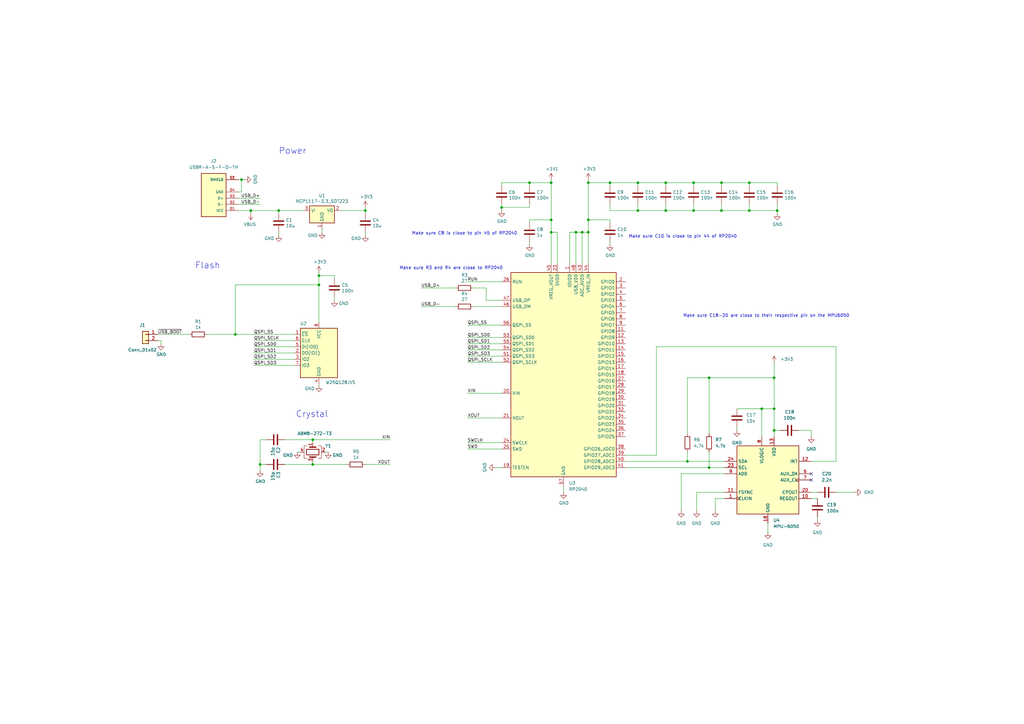
<source format=kicad_sch>
(kicad_sch (version 20231120) (generator "eeschema") (generator_version "8.0")
  (paper "A3")
  (lib_symbols
    (symbol "+3V3_1" (power) (pin_numbers hide) (pin_names (offset 0) hide)
      (property "Value" "+3V3" (at 0 3.556 0))
      (symbol "+3V3_1_0_1"
        (polyline (pts (xy -0.762 1.27) (xy 0 2.54)))
        (polyline (pts (xy 0 0) (xy 0 2.54)))
        (polyline (pts (xy 0 2.54) (xy 0.762 1.27)))
      )
      (symbol "+3V3_1_1_1"
        (pin power_in line (at 0 0 90) (length 0) (name "~") (number "1"))
      )
    )
    (symbol "Connector_Generic:Conn_01x02" (pin_names (offset 1.016) hide)
      (property "Reference" "J" (at 0 2.54 0))
      (property "Value" "Conn_01x02" (at 0 -5.08 0))
      (symbol "Conn_01x02_1_1"
        (rectangle (start -1.27 -2.413) (end 0 -2.667) (stroke (width 0.1524)))
        (rectangle (start -1.27 0.127) (end 0 -0.127) (stroke (width 0.1524)))
        (rectangle (start -1.27 1.27) (end 1.27 -3.81) (stroke (width 0.254)) (fill (type background)))
        (pin passive line (at -5.08 0 0) (length 3.81) (name "Pin_1") (number "1"))
        (pin passive line (at -5.08 -2.54 0) (length 3.81) (name "Pin_2") (number "2"))
      )
    )
    (symbol "Device:C" (pin_numbers hide) (pin_names (offset 0.254))
      (property "Reference" "C" (at 0.635 2.54 0))
      (property "Value" "C" (at 0.635 -2.54 0))
      (symbol "C_0_1"
        (polyline (pts (xy -2.032 -0.762) (xy 2.032 -0.762)) (stroke (width 0.508)))
        (polyline (pts (xy -2.032 0.762) (xy 2.032 0.762)) (stroke (width 0.508)))
      )
      (symbol "C_1_1"
        (pin passive line (at 0 3.81 270) (length 2.794) (name "~") (number "1"))
        (pin passive line (at 0 -3.81 90) (length 2.794) (name "~") (number "2"))
      )
    )
    (symbol "Device:Crystal_GND24" (pin_names (offset 1.016) hide)
      (property "Reference" "Y" (at 3.175 5.08 0))
      (property "Value" "Crystal_GND24" (at 3.175 3.175 0))
      (symbol "Crystal_GND24_0_1"
        (rectangle (start -1.143 2.54) (end 1.143 -2.54) (stroke (width 0.3048)))
        (polyline (pts (xy -2.54 0) (xy -2.032 0)))
        (polyline (pts (xy -2.032 -1.27) (xy -2.032 1.27)) (stroke (width 0.508)))
        (polyline (pts (xy 0 -3.81) (xy 0 -3.556)))
        (polyline (pts (xy 0 3.556) (xy 0 3.81)))
        (polyline (pts (xy 2.032 -1.27) (xy 2.032 1.27)) (stroke (width 0.508)))
        (polyline (pts (xy 2.032 0) (xy 2.54 0)))
        (polyline (pts (xy -2.54 -2.286) (xy -2.54 -3.556) (xy 2.54 -3.556) (xy 2.54 -2.286)))
        (polyline (pts (xy -2.54 2.286) (xy -2.54 3.556) (xy 2.54 3.556) (xy 2.54 2.286)))
      )
      (symbol "Crystal_GND24_1_1"
        (pin passive line (at -3.81 0 0) (length 1.27) (name "1") (number "1"))
        (pin passive line (at 0 5.08 270) (length 1.27) (name "2") (number "2"))
        (pin passive line (at 3.81 0 180) (length 1.27) (name "3") (number "3"))
        (pin passive line (at 0 -5.08 90) (length 1.27) (name "4") (number "4"))
      )
    )
    (symbol "Device:R" (pin_numbers hide) (pin_names (offset 0))
      (property "Reference" "R" (at 2.032 0 90))
      (property "Value" "R" (at 0 0 90))
      (symbol "R_0_1"
        (rectangle (start -1.016 -2.54) (end 1.016 2.54) (stroke (width 0.254)))
      )
      (symbol "R_1_1"
        (pin passive line (at 0 3.81 270) (length 1.27) (name "~") (number "1"))
        (pin passive line (at 0 -3.81 90) (length 1.27) (name "~") (number "2"))
      )
    )
    (symbol "GND_1" (power) (pin_numbers hide) (pin_names (offset 0) hide)
      (property "Value" "GND" (at 0 -3.81 0))
      (symbol "GND_1_0_1"
        (polyline (pts (xy 0 0) (xy 0 -1.27) (xy 1.27 -1.27) (xy 0 -2.54) (xy -1.27 -1.27) (xy 0 -1.27)))
      )
      (symbol "GND_1_1_1"
        (pin power_in line (at 0 0 270) (length 0) (name "~") (number "1"))
      )
    )
    (symbol "GND_2" (power) (pin_numbers hide) (pin_names (offset 0) hide)
      (property "Value" "GND" (at 0 -3.81 0))
      (symbol "GND_2_0_1"
        (polyline (pts (xy 0 0) (xy 0 -1.27) (xy 1.27 -1.27) (xy 0 -2.54) (xy -1.27 -1.27) (xy 0 -1.27)))
      )
      (symbol "GND_2_1_1"
        (pin power_in line (at 0 0 270) (length 0) (name "~") (number "1"))
      )
    )
    (symbol "GND_3" (power) (pin_numbers hide) (pin_names (offset 0) hide)
      (property "Value" "GND" (at 0 -3.81 0))
      (symbol "GND_3_0_1"
        (polyline (pts (xy 0 0) (xy 0 -1.27) (xy 1.27 -1.27) (xy 0 -2.54) (xy -1.27 -1.27) (xy 0 -1.27)))
      )
      (symbol "GND_3_1_1"
        (pin power_in line (at 0 0 270) (length 0) (name "~") (number "1"))
      )
    )
    (symbol "GND_4" (power) (pin_numbers hide) (pin_names (offset 0) hide)
      (property "Value" "GND" (at 0 -3.81 0))
      (symbol "GND_4_0_1"
        (polyline (pts (xy 0 0) (xy 0 -1.27) (xy 1.27 -1.27) (xy 0 -2.54) (xy -1.27 -1.27) (xy 0 -1.27)))
      )
      (symbol "GND_4_1_1"
        (pin power_in line (at 0 0 270) (length 0) (name "~") (number "1"))
      )
    )
    (symbol "GND_5" (power) (pin_numbers hide) (pin_names (offset 0) hide)
      (property "Value" "GND" (at 0 -3.81 0))
      (symbol "GND_5_0_1"
        (polyline (pts (xy 0 0) (xy 0 -1.27) (xy 1.27 -1.27) (xy 0 -2.54) (xy -1.27 -1.27) (xy 0 -1.27)))
      )
      (symbol "GND_5_1_1"
        (pin power_in line (at 0 0 270) (length 0) (name "~") (number "1"))
      )
    )
    (symbol "GND_6" (power) (pin_numbers hide) (pin_names (offset 0) hide)
      (property "Value" "GND" (at 0 -3.81 0))
      (symbol "GND_6_0_1"
        (polyline (pts (xy 0 0) (xy 0 -1.27) (xy 1.27 -1.27) (xy 0 -2.54) (xy -1.27 -1.27) (xy 0 -1.27)))
      )
      (symbol "GND_6_1_1"
        (pin power_in line (at 0 0 270) (length 0) (name "~") (number "1"))
      )
    )
    (symbol "GND_7" (power) (pin_numbers hide) (pin_names (offset 0) hide)
      (property "Value" "GND" (at 0 -3.81 0))
      (symbol "GND_7_0_1"
        (polyline (pts (xy 0 0) (xy 0 -1.27) (xy 1.27 -1.27) (xy 0 -2.54) (xy -1.27 -1.27) (xy 0 -1.27)))
      )
      (symbol "GND_7_1_1"
        (pin power_in line (at 0 0 270) (length 0) (name "~") (number "1"))
      )
    )
    (symbol "GND_8" (power) (pin_numbers hide) (pin_names (offset 0) hide)
      (property "Value" "GND" (at 0 -3.81 0))
      (symbol "GND_8_0_1"
        (polyline (pts (xy 0 0) (xy 0 -1.27) (xy 1.27 -1.27) (xy 0 -2.54) (xy -1.27 -1.27) (xy 0 -1.27)))
      )
      (symbol "GND_8_1_1"
        (pin power_in line (at 0 0 270) (length 0) (name "~") (number "1"))
      )
    )
    (symbol "MCU_RaspberryPi:RP2040"
      (property "Reference" "U" (at 17.78 45.72 0))
      (property "Value" "RP2040" (at 17.78 43.18 0))
      (symbol "RP2040_0_1"
        (rectangle (start -21.59 41.91) (end 21.59 -41.91) (stroke (width 0.254)) (fill (type background)))
      )
      (symbol "RP2040_1_1"
        (pin power_in line (at 2.54 45.72 270) (length 3.81) (name "IOVDD") (number "1"))
        (pin passive line (at 2.54 45.72 270) (length 3.81) hide (name "IOVDD") (number "10"))
        (pin bidirectional line (at 25.4 17.78 180) (length 3.81) (name "GPIO8") (number "11"))
        (pin bidirectional line (at 25.4 15.24 180) (length 3.81) (name "GPIO9") (number "12"))
        (pin bidirectional line (at 25.4 12.7 180) (length 3.81) (name "GPIO10") (number "13"))
        (pin bidirectional line (at 25.4 10.16 180) (length 3.81) (name "GPIO11") (number "14"))
        (pin bidirectional line (at 25.4 7.62 180) (length 3.81) (name "GPIO12") (number "15"))
        (pin bidirectional line (at 25.4 5.08 180) (length 3.81) (name "GPIO13") (number "16"))
        (pin bidirectional line (at 25.4 2.54 180) (length 3.81) (name "GPIO14") (number "17"))
        (pin bidirectional line (at 25.4 0 180) (length 3.81) (name "GPIO15") (number "18"))
        (pin input line (at -25.4 -38.1 0) (length 3.81) (name "TESTEN") (number "19"))
        (pin bidirectional line (at 25.4 38.1 180) (length 3.81) (name "GPIO0") (number "2"))
        (pin input line (at -25.4 -7.62 0) (length 3.81) (name "XIN") (number "20"))
        (pin passive line (at -25.4 -17.78 0) (length 3.81) (name "XOUT") (number "21"))
        (pin passive line (at 2.54 45.72 270) (length 3.81) hide (name "IOVDD") (number "22"))
        (pin power_in line (at -2.54 45.72 270) (length 3.81) (name "DVDD") (number "23"))
        (pin input line (at -25.4 -27.94 0) (length 3.81) (name "SWCLK") (number "24"))
        (pin bidirectional line (at -25.4 -30.48 0) (length 3.81) (name "SWD") (number "25"))
        (pin input line (at -25.4 38.1 0) (length 3.81) (name "RUN") (number "26"))
        (pin bidirectional line (at 25.4 -2.54 180) (length 3.81) (name "GPIO16") (number "27"))
        (pin bidirectional line (at 25.4 -5.08 180) (length 3.81) (name "GPIO17") (number "28"))
        (pin bidirectional line (at 25.4 -7.62 180) (length 3.81) (name "GPIO18") (number "29"))
        (pin bidirectional line (at 25.4 35.56 180) (length 3.81) (name "GPIO1") (number "3"))
        (pin bidirectional line (at 25.4 -10.16 180) (length 3.81) (name "GPIO19") (number "30"))
        (pin bidirectional line (at 25.4 -12.7 180) (length 3.81) (name "GPIO20") (number "31"))
        (pin bidirectional line (at 25.4 -15.24 180) (length 3.81) (name "GPIO21") (number "32"))
        (pin passive line (at 2.54 45.72 270) (length 3.81) hide (name "IOVDD") (number "33"))
        (pin bidirectional line (at 25.4 -17.78 180) (length 3.81) (name "GPIO22") (number "34"))
        (pin bidirectional line (at 25.4 -20.32 180) (length 3.81) (name "GPIO23") (number "35"))
        (pin bidirectional line (at 25.4 -22.86 180) (length 3.81) (name "GPIO24") (number "36"))
        (pin bidirectional line (at 25.4 -25.4 180) (length 3.81) (name "GPIO25") (number "37"))
        (pin bidirectional line (at 25.4 -30.48 180) (length 3.81) (name "GPIO26_ADC0") (number "38"))
        (pin bidirectional line (at 25.4 -33.02 180) (length 3.81) (name "GPIO27_ADC1") (number "39"))
        (pin bidirectional line (at 25.4 33.02 180) (length 3.81) (name "GPIO2") (number "4"))
        (pin bidirectional line (at 25.4 -35.56 180) (length 3.81) (name "GPIO28_ADC2") (number "40"))
        (pin bidirectional line (at 25.4 -38.1 180) (length 3.81) (name "GPIO29_ADC3") (number "41"))
        (pin passive line (at 2.54 45.72 270) (length 3.81) hide (name "IOVDD") (number "42"))
        (pin power_in line (at 7.62 45.72 270) (length 3.81) (name "ADC_AVDD") (number "43"))
        (pin power_in line (at 10.16 45.72 270) (length 3.81) (name "VREG_IN") (number "44"))
        (pin power_out line (at -5.08 45.72 270) (length 3.81) (name "VREG_VOUT") (number "45"))
        (pin bidirectional line (at -25.4 27.94 0) (length 3.81) (name "USB_DM") (number "46"))
        (pin bidirectional line (at -25.4 30.48 0) (length 3.81) (name "USB_DP") (number "47"))
        (pin power_in line (at 5.08 45.72 270) (length 3.81) (name "USB_VDD") (number "48"))
        (pin passive line (at 2.54 45.72 270) (length 3.81) hide (name "IOVDD") (number "49"))
        (pin bidirectional line (at 25.4 30.48 180) (length 3.81) (name "GPIO3") (number "5"))
        (pin passive line (at -2.54 45.72 270) (length 3.81) hide (name "DVDD") (number "50"))
        (pin bidirectional line (at -25.4 7.62 0) (length 3.81) (name "QSPI_SD3") (number "51"))
        (pin output line (at -25.4 5.08 0) (length 3.81) (name "QSPI_SCLK") (number "52"))
        (pin bidirectional line (at -25.4 15.24 0) (length 3.81) (name "QSPI_SD0") (number "53"))
        (pin bidirectional line (at -25.4 10.16 0) (length 3.81) (name "QSPI_SD2") (number "54"))
        (pin bidirectional line (at -25.4 12.7 0) (length 3.81) (name "QSPI_SD1") (number "55"))
        (pin bidirectional line (at -25.4 20.32 0) (length 3.81) (name "QSPI_SS") (number "56"))
        (pin power_in line (at 0 -45.72 90) (length 3.81) (name "GND") (number "57"))
        (pin bidirectional line (at 25.4 27.94 180) (length 3.81) (name "GPIO4") (number "6"))
        (pin bidirectional line (at 25.4 25.4 180) (length 3.81) (name "GPIO5") (number "7"))
        (pin bidirectional line (at 25.4 22.86 180) (length 3.81) (name "GPIO6") (number "8"))
        (pin bidirectional line (at 25.4 20.32 180) (length 3.81) (name "GPIO7") (number "9"))
      )
    )
    (symbol "Memory_Flash:W25Q128JVS"
      (property "Reference" "U" (at -8.89 8.89 0))
      (property "Value" "W25Q128JVS" (at 7.62 8.89 0))
      (symbol "W25Q128JVS_0_1"
        (rectangle (start -7.62 10.16) (end 7.62 -10.16) (stroke (width 0.254)) (fill (type background)))
      )
      (symbol "W25Q128JVS_1_1"
        (pin input line (at -10.16 7.62 0) (length 2.54) (name "~{CS}") (number "1"))
        (pin bidirectional line (at -10.16 0 0) (length 2.54) (name "DO(IO1)") (number "2"))
        (pin bidirectional line (at -10.16 -2.54 0) (length 2.54) (name "IO2") (number "3"))
        (pin power_in line (at 0 -12.7 90) (length 2.54) (name "GND") (number "4"))
        (pin bidirectional line (at -10.16 2.54 0) (length 2.54) (name "DI(IO0)") (number "5"))
        (pin input line (at -10.16 5.08 0) (length 2.54) (name "CLK") (number "6"))
        (pin bidirectional line (at -10.16 -5.08 0) (length 2.54) (name "IO3") (number "7"))
        (pin power_in line (at 0 12.7 270) (length 2.54) (name "VCC") (number "8"))
      )
    )
    (symbol "Regulator_Linear:NCP1117-3.3_SOT223"
      (property "Reference" "U" (at -3.81 3.175 0))
      (property "Value" "NCP1117-3.3_SOT223" (at 0 3.175 0))
      (symbol "NCP1117-3.3_SOT223_0_1"
        (rectangle (start -5.08 -5.08) (end 5.08 1.905) (stroke (width 0.254)) (fill (type background)))
      )
      (symbol "NCP1117-3.3_SOT223_1_1"
        (pin power_in line (at 0 -7.62 90) (length 2.54) (name "GND") (number "1"))
        (pin power_out line (at 7.62 0 180) (length 2.54) (name "VO") (number "2"))
        (pin power_in line (at -7.62 0 0) (length 2.54) (name "VI") (number "3"))
      )
    )
    (symbol "Sensor_Motion:MPU-6050"
      (property "Reference" "U" (at -11.43 13.97 0))
      (property "Value" "MPU-6050" (at 7.62 -15.24 0))
      (symbol "MPU-6050_0_0"
        (text "" (at 12.7 -2.54 0) (effects (font (size 1.27 1.27))))
      )
      (symbol "MPU-6050_0_1"
        (rectangle (start -12.7 13.97) (end 12.7 -13.97) (stroke (width 0.254)) (fill (type background)))
      )
      (symbol "MPU-6050_1_1"
        (pin input clock (at -17.78 -7.62 0) (length 5.08) (name "CLKIN") (number "1"))
        (pin passive line (at 17.78 -7.62 180) (length 5.08) (name "REGOUT") (number "10"))
        (pin input line (at -17.78 -5.08 0) (length 5.08) (name "FSYNC") (number "11"))
        (pin output line (at 17.78 7.62 180) (length 5.08) (name "INT") (number "12"))
        (pin power_in line (at 2.54 17.78 270) (length 3.81) (name "VDD") (number "13"))
        (pin no_connect line (at -12.7 -10.16 0) (length 2.54) hide (name "NC") (number "14"))
        (pin no_connect line (at 12.7 12.7 180) (length 2.54) hide (name "NC") (number "15"))
        (pin no_connect line (at 12.7 10.16 180) (length 2.54) hide (name "NC") (number "16"))
        (pin no_connect line (at 12.7 5.08 180) (length 2.54) hide (name "NC") (number "17"))
        (pin power_in line (at 0 -17.78 90) (length 3.81) (name "GND") (number "18"))
        (pin no_connect line (at 12.7 -10.16 180) (length 2.54) hide (name "RESV") (number "19"))
        (pin no_connect line (at -12.7 12.7 0) (length 2.54) hide (name "NC") (number "2"))
        (pin passive line (at 17.78 -5.08 180) (length 5.08) (name "CPOUT") (number "20"))
        (pin no_connect line (at 12.7 -2.54 180) (length 2.54) hide (name "RESV") (number "21"))
        (pin no_connect line (at 12.7 -12.7 180) (length 2.54) hide (name "RESV") (number "22"))
        (pin input line (at -17.78 5.08 0) (length 5.08) (name "SCL") (number "23"))
        (pin bidirectional line (at -17.78 7.62 0) (length 5.08) (name "SDA") (number "24"))
        (pin no_connect line (at -12.7 10.16 0) (length 2.54) hide (name "NC") (number "3"))
        (pin no_connect line (at -12.7 0 0) (length 2.54) hide (name "NC") (number "4"))
        (pin no_connect line (at -12.7 -2.54 0) (length 2.54) hide (name "NC") (number "5"))
        (pin bidirectional line (at 17.78 2.54 180) (length 5.08) (name "AUX_DA") (number "6"))
        (pin output clock (at 17.78 0 180) (length 5.08) (name "AUX_CL") (number "7"))
        (pin power_in line (at -2.54 17.78 270) (length 3.81) (name "VLOGIC") (number "8"))
        (pin input line (at -17.78 2.54 0) (length 5.08) (name "AD0") (number "9"))
      )
    )
    (symbol "USBR-A-S-F-O-TH[1]:USBR-A-S-F-O-TH" (pin_names (offset 1.016))
      (property "Reference" "J" (at -5.08 8.89 0))
      (property "Value" "USBR-A-S-F-O-TH" (at -5.08 -11.43 0))
      (symbol "USBR-A-S-F-O-TH_0_0"
        (rectangle (start -5.08 -10.16) (end 5.08 7.62) (stroke (width 0.254)) (fill (type background)))
        (pin power_in line (at -10.16 5.08 0) (length 5.08) (name "VCC") (number "01"))
        (pin bidirectional line (at -10.16 2.54 0) (length 5.08) (name "D-") (number "02"))
        (pin bidirectional line (at -10.16 0 0) (length 5.08) (name "D+") (number "03"))
        (pin power_in line (at -10.16 -2.54 0) (length 5.08) (name "GND") (number "04"))
        (pin passive line (at -10.16 -7.62 0) (length 5.08) (name "SHIELD") (number "S1"))
        (pin passive line (at -10.16 -7.62 0) (length 5.08) (name "SHIELD") (number "S2"))
      )
    )
    (symbol "power:+1V1" (power) (pin_names (offset 0))
      (property "Value" "+1V1" (at 0 3.556 0))
      (symbol "+1V1_0_1"
        (polyline (pts (xy -0.762 1.27) (xy 0 2.54)))
        (polyline (pts (xy 0 0) (xy 0 2.54)))
        (polyline (pts (xy 0 2.54) (xy 0.762 1.27)))
      )
      (symbol "+1V1_1_1"
        (pin power_in line (at 0 0 90) (length 0) hide (name "+1V1") (number "1"))
      )
    )
    (symbol "power:+3V3" (power) (pin_names (offset 0))
      (property "Value" "+3V3" (at 0 3.556 0))
      (symbol "+3V3_0_1"
        (polyline (pts (xy -0.762 1.27) (xy 0 2.54)))
        (polyline (pts (xy 0 0) (xy 0 2.54)))
        (polyline (pts (xy 0 2.54) (xy 0.762 1.27)))
      )
      (symbol "+3V3_1_1"
        (pin power_in line (at 0 0 90) (length 0) hide (name "+3V3") (number "1"))
      )
    )
    (symbol "power:GND" (power) (pin_names (offset 0))
      (property "Value" "GND" (at 0 -3.81 0))
      (symbol "GND_0_1"
        (polyline (pts (xy 0 0) (xy 0 -1.27) (xy 1.27 -1.27) (xy 0 -2.54) (xy -1.27 -1.27) (xy 0 -1.27)))
      )
      (symbol "GND_1_1"
        (pin power_in line (at 0 0 270) (length 0) hide (name "GND") (number "1"))
      )
    )
    (symbol "power:VBUS" (power) (pin_names (offset 0))
      (property "Value" "VBUS" (at 0 3.81 0))
      (symbol "VBUS_0_1"
        (polyline (pts (xy -0.762 1.27) (xy 0 2.54)))
        (polyline (pts (xy 0 0) (xy 0 2.54)))
        (polyline (pts (xy 0 2.54) (xy 0.762 1.27)))
      )
      (symbol "VBUS_1_1"
        (pin power_in line (at 0 0 90) (length 0) hide (name "VBUS") (number "1"))
      )
    )
  )
  (junction (at 114.3 86.36))
  (junction (at 128.27 180.34))
  (junction (at 273.05 74.93))
  (junction (at 217.17 74.93))
  (junction (at 241.3 74.93))
  (junction (at 317.5 167.64))
  (junction (at 226.06 95.25))
  (junction (at 241.3 90.17))
  (junction (at 261.62 74.93))
  (junction (at 130.81 113.03))
  (junction (at 284.48 86.36))
  (junction (at 96.52 137.16))
  (junction (at 273.05 86.36))
  (junction (at 226.06 90.17))
  (junction (at 295.91 86.36))
  (junction (at 284.48 74.93))
  (junction (at 307.34 86.36))
  (junction (at 317.5 154.94))
  (junction (at 130.81 116.84))
  (junction (at 99.06 73.66))
  (junction (at 261.62 86.36))
  (junction (at 290.83 191.77))
  (junction (at 295.91 74.93))
  (junction (at 241.3 95.25))
  (junction (at 106.68 190.5))
  (junction (at 281.94 189.23))
  (junction (at 317.5 176.53))
  (junction (at 238.76 95.25))
  (junction (at 290.83 154.94))
  (junction (at 205.74 85.09))
  (junction (at 102.87 86.36))
  (junction (at 128.27 190.5))
  (junction (at 250.19 74.93))
  (junction (at 318.77 86.36))
  (junction (at 307.34 74.93))
  (junction (at 312.42 167.64))
  (junction (at 236.22 95.25))
  (junction (at 149.86 86.36))
  (junction (at 226.06 74.93))
  (no_connect (at 332.74 194.31))
  (no_connect (at 332.74 196.85))
  (wire (pts (xy 261.62 74.93) (xy 273.05 74.93)))
  (wire (pts (xy 137.16 121.92) (xy 137.16 123.19)))
  (wire (pts (xy 250.19 76.2) (xy 250.19 74.93)))
  (wire (pts (xy 191.77 146.05) (xy 205.74 146.05)))
  (wire (pts (xy 205.74 191.77) (xy 203.2 191.77)))
  (wire (pts (xy 318.77 86.36) (xy 318.77 87.63)))
  (wire (pts (xy 130.81 111.76) (xy 130.81 113.03)))
  (wire (pts (xy 318.77 83.82) (xy 318.77 86.36)))
  (wire (pts (xy 284.48 83.82) (xy 284.48 86.36)))
  (wire (pts (xy 133.35 185.42) (xy 134.62 185.42)))
  (wire (pts (xy 261.62 83.82) (xy 261.62 86.36)))
  (wire (pts (xy 217.17 90.17) (xy 226.06 90.17)))
  (wire (pts (xy 104.14 139.7) (xy 120.65 139.7)))
  (wire (pts (xy 226.06 74.93) (xy 226.06 90.17)))
  (wire (pts (xy 191.77 143.51) (xy 205.74 143.51)))
  (wire (pts (xy 217.17 76.2) (xy 217.17 74.93)))
  (wire (pts (xy 191.77 161.29) (xy 205.74 161.29)))
  (wire (pts (xy 149.86 95.25) (xy 149.86 96.52)))
  (wire (pts (xy 128.27 190.5) (xy 142.24 190.5)))
  (wire (pts (xy 236.22 95.25) (xy 233.68 95.25)))
  (wire (pts (xy 130.81 158.115) (xy 130.81 157.48)))
  (wire (pts (xy 102.87 87.63) (xy 102.87 86.36)))
  (wire (pts (xy 217.17 99.06) (xy 217.17 100.33)))
  (wire (pts (xy 335.28 213.36) (xy 335.28 212.09)))
  (wire (pts (xy 120.65 149.86) (xy 104.14 149.86)))
  (wire (pts (xy 205.74 148.59) (xy 191.77 148.59)))
  (wire (pts (xy 137.16 113.03) (xy 130.81 113.03)))
  (wire (pts (xy 128.27 189.23) (xy 128.27 190.5)))
  (wire (pts (xy 99.06 78.74) (xy 97.79 78.74)))
  (wire (pts (xy 273.05 74.93) (xy 284.48 74.93)))
  (wire (pts (xy 116.84 190.5) (xy 128.27 190.5)))
  (wire (pts (xy 312.42 167.64) (xy 317.5 167.64)))
  (wire (pts (xy 297.18 194.31) (xy 279.4 194.31)))
  (wire (pts (xy 228.6 107.95) (xy 228.6 95.25)))
  (wire (pts (xy 186.69 118.11) (xy 172.72 118.11)))
  (wire (pts (xy 281.94 154.94) (xy 290.83 154.94)))
  (wire (pts (xy 312.42 167.64) (xy 312.42 179.07)))
  (wire (pts (xy 191.77 140.97) (xy 205.74 140.97)))
  (wire (pts (xy 342.9 142.24) (xy 269.24 142.24)))
  (wire (pts (xy 217.17 74.93) (xy 226.06 74.93)))
  (wire (pts (xy 99.06 73.66) (xy 100.33 73.66)))
  (wire (pts (xy 96.52 116.84) (xy 96.52 137.16)))
  (wire (pts (xy 205.74 76.2) (xy 205.74 74.93)))
  (wire (pts (xy 96.52 137.16) (xy 120.65 137.16)))
  (wire (pts (xy 290.83 154.94) (xy 317.5 154.94)))
  (wire (pts (xy 97.79 81.28) (xy 106.68 81.28)))
  (wire (pts (xy 279.4 194.31) (xy 279.4 209.55)))
  (wire (pts (xy 114.3 87.63) (xy 114.3 86.36)))
  (wire (pts (xy 130.81 116.84) (xy 130.81 132.08)))
  (wire (pts (xy 186.69 125.73) (xy 172.72 125.73)))
  (wire (pts (xy 149.86 190.5) (xy 160.02 190.5)))
  (wire (pts (xy 290.83 191.77) (xy 297.18 191.77)))
  (wire (pts (xy 317.5 176.53) (xy 317.5 179.07)))
  (wire (pts (xy 250.19 83.82) (xy 250.19 86.36)))
  (wire (pts (xy 342.9 189.23) (xy 342.9 142.24)))
  (wire (pts (xy 226.06 90.17) (xy 226.06 95.25)))
  (wire (pts (xy 241.3 74.93) (xy 250.19 74.93)))
  (wire (pts (xy 109.22 190.5) (xy 106.68 190.5)))
  (wire (pts (xy 205.74 83.82) (xy 205.74 85.09)))
  (wire (pts (xy 191.77 138.43) (xy 205.74 138.43)))
  (wire (pts (xy 332.74 189.23) (xy 342.9 189.23)))
  (wire (pts (xy 256.54 186.69) (xy 269.24 186.69)))
  (wire (pts (xy 314.96 218.44) (xy 314.96 214.63)))
  (wire (pts (xy 250.19 91.44) (xy 250.19 90.17)))
  (wire (pts (xy 128.27 180.34) (xy 160.02 180.34)))
  (wire (pts (xy 332.74 179.07) (xy 332.74 176.53)))
  (wire (pts (xy 236.22 95.25) (xy 238.76 95.25)))
  (wire (pts (xy 250.19 99.06) (xy 250.19 100.33)))
  (wire (pts (xy 302.26 167.64) (xy 312.42 167.64)))
  (wire (pts (xy 205.74 123.19) (xy 199.39 123.19)))
  (wire (pts (xy 120.65 144.78) (xy 104.14 144.78)))
  (wire (pts (xy 307.34 86.36) (xy 295.91 86.36)))
  (wire (pts (xy 77.47 137.16) (xy 64.77 137.16)))
  (wire (pts (xy 261.62 76.2) (xy 261.62 74.93)))
  (wire (pts (xy 307.34 86.36) (xy 318.77 86.36)))
  (wire (pts (xy 285.75 209.55) (xy 285.75 201.93)))
  (wire (pts (xy 205.74 85.09) (xy 205.74 86.36)))
  (wire (pts (xy 241.3 90.17) (xy 250.19 90.17)))
  (wire (pts (xy 317.5 148.59) (xy 317.5 154.94)))
  (wire (pts (xy 307.34 74.93) (xy 318.77 74.93)))
  (wire (pts (xy 205.74 133.35) (xy 191.77 133.35)))
  (wire (pts (xy 205.74 125.73) (xy 194.31 125.73)))
  (wire (pts (xy 226.06 73.66) (xy 226.06 74.93)))
  (wire (pts (xy 261.62 86.36) (xy 250.19 86.36)))
  (wire (pts (xy 285.75 201.93) (xy 297.18 201.93)))
  (wire (pts (xy 256.54 189.23) (xy 281.94 189.23)))
  (wire (pts (xy 273.05 83.82) (xy 273.05 86.36)))
  (wire (pts (xy 66.04 139.7) (xy 66.04 140.97)))
  (wire (pts (xy 241.3 90.17) (xy 241.3 95.25)))
  (wire (pts (xy 97.79 86.36) (xy 102.87 86.36)))
  (wire (pts (xy 106.68 180.34) (xy 106.68 190.5)))
  (wire (pts (xy 199.39 118.11) (xy 194.31 118.11)))
  (wire (pts (xy 149.86 86.36) (xy 149.86 85.09)))
  (wire (pts (xy 85.09 137.16) (xy 96.52 137.16)))
  (wire (pts (xy 228.6 95.25) (xy 226.06 95.25)))
  (wire (pts (xy 231.14 199.39) (xy 231.14 201.93)))
  (wire (pts (xy 149.86 87.63) (xy 149.86 86.36)))
  (wire (pts (xy 273.05 76.2) (xy 273.05 74.93)))
  (wire (pts (xy 281.94 185.42) (xy 281.94 189.23)))
  (wire (pts (xy 256.54 191.77) (xy 290.83 191.77)))
  (wire (pts (xy 96.52 116.84) (xy 130.81 116.84)))
  (wire (pts (xy 273.05 86.36) (xy 261.62 86.36)))
  (wire (pts (xy 238.76 95.25) (xy 241.3 95.25)))
  (wire (pts (xy 102.87 86.36) (xy 114.3 86.36)))
  (wire (pts (xy 205.74 115.57) (xy 191.77 115.57)))
  (wire (pts (xy 205.74 181.61) (xy 191.77 181.61)))
  (wire (pts (xy 199.39 118.11) (xy 199.39 123.19)))
  (wire (pts (xy 128.27 181.61) (xy 128.27 180.34)))
  (wire (pts (xy 302.26 175.26) (xy 302.26 176.53)))
  (wire (pts (xy 281.94 189.23) (xy 297.18 189.23)))
  (wire (pts (xy 269.24 142.24) (xy 269.24 186.69)))
  (wire (pts (xy 97.79 73.66) (xy 99.06 73.66)))
  (wire (pts (xy 295.91 86.36) (xy 284.48 86.36)))
  (wire (pts (xy 318.77 76.2) (xy 318.77 74.93)))
  (wire (pts (xy 290.83 154.94) (xy 290.83 177.8)))
  (wire (pts (xy 120.65 147.32) (xy 104.14 147.32)))
  (wire (pts (xy 241.3 95.25) (xy 241.3 107.95)))
  (wire (pts (xy 132.08 93.98) (xy 132.08 95.25)))
  (wire (pts (xy 139.7 86.36) (xy 149.86 86.36)))
  (wire (pts (xy 106.68 190.5) (xy 106.68 193.04)))
  (wire (pts (xy 335.28 204.47) (xy 332.74 204.47)))
  (wire (pts (xy 114.3 95.25) (xy 114.3 96.52)))
  (wire (pts (xy 293.37 204.47) (xy 297.18 204.47)))
  (wire (pts (xy 109.22 180.34) (xy 106.68 180.34)))
  (wire (pts (xy 236.22 107.95) (xy 236.22 95.25)))
  (wire (pts (xy 124.46 86.36) (xy 114.3 86.36)))
  (wire (pts (xy 250.19 74.93) (xy 261.62 74.93)))
  (wire (pts (xy 64.77 139.7) (xy 66.04 139.7)))
  (wire (pts (xy 332.74 176.53) (xy 327.66 176.53)))
  (wire (pts (xy 335.28 201.93) (xy 332.74 201.93)))
  (wire (pts (xy 295.91 76.2) (xy 295.91 74.93)))
  (wire (pts (xy 121.92 185.42) (xy 123.19 185.42)))
  (wire (pts (xy 97.79 83.82) (xy 106.68 83.82)))
  (wire (pts (xy 205.74 171.45) (xy 191.77 171.45)))
  (wire (pts (xy 295.91 74.93) (xy 307.34 74.93)))
  (wire (pts (xy 137.16 114.3) (xy 137.16 113.03)))
  (wire (pts (xy 307.34 83.82) (xy 307.34 86.36)))
  (wire (pts (xy 217.17 91.44) (xy 217.17 90.17)))
  (wire (pts (xy 241.3 74.93) (xy 241.3 90.17)))
  (wire (pts (xy 116.84 180.34) (xy 128.27 180.34)))
  (wire (pts (xy 226.06 95.25) (xy 226.06 107.95)))
  (wire (pts (xy 307.34 76.2) (xy 307.34 74.93)))
  (wire (pts (xy 233.68 95.25) (xy 233.68 107.95)))
  (wire (pts (xy 295.91 83.82) (xy 295.91 86.36)))
  (wire (pts (xy 120.65 142.24) (xy 104.14 142.24)))
  (wire (pts (xy 238.76 107.95) (xy 238.76 95.25)))
  (wire (pts (xy 284.48 86.36) (xy 273.05 86.36)))
  (wire (pts (xy 205.74 184.15) (xy 191.77 184.15)))
  (wire (pts (xy 205.74 74.93) (xy 217.17 74.93)))
  (wire (pts (xy 205.74 85.09) (xy 217.17 85.09)))
  (wire (pts (xy 217.17 85.09) (xy 217.17 83.82)))
  (wire (pts (xy 293.37 209.55) (xy 293.37 204.47)))
  (wire (pts (xy 290.83 185.42) (xy 290.83 191.77)))
  (wire (pts (xy 241.3 73.66) (xy 241.3 74.93)))
  (wire (pts (xy 281.94 177.8) (xy 281.94 154.94)))
  (wire (pts (xy 320.04 176.53) (xy 317.5 176.53)))
  (wire (pts (xy 350.52 201.93) (xy 342.9 201.93)))
  (wire (pts (xy 284.48 74.93) (xy 295.91 74.93)))
  (wire (pts (xy 99.06 73.66) (xy 99.06 78.74)))
  (wire (pts (xy 284.48 76.2) (xy 284.48 74.93)))
  (wire (pts (xy 130.81 113.03) (xy 130.81 116.84)))
  (wire (pts (xy 317.5 154.94) (xy 317.5 167.64)))
  (wire (pts (xy 317.5 167.64) (xy 317.5 176.53)))
  (text "Make sure C8 is close to pin 45 of RP2040" (at 168.91 96.52 0) (effects (font (size 1.27 1.27)) (justify left bottom)))
  (text "Make sure C10 is close to pin 44 of RP2040" (at 257.81 97.79 0) (effects (font (size 1.27 1.27)) (justify left bottom)))
  (text "Make sure C18-20 are close to their respective pin on the MPU6050\n" (at 280.162 130.302 0) (effects (font (size 1.27 1.27)) (justify left bottom)))
  (text "Make sure R3 and R4 are close to RP2040" (at 163.83 110.744 0) (effects (font (size 1.27 1.27)) (justify left bottom)))
  (text "Crystal" (at 121.285 171.45 0) (effects (font (size 2.54 2.54)) (justify left bottom)))
  (text "Power" (at 114.3 63.5 0) (effects (font (size 2.54 2.54)) (justify left bottom)))
  (text "Flash" (at 80.01 110.49 0) (effects (font (size 2.54 2.54)) (justify left bottom)))
  (label "XIN" (at 160.02 180.34 180))
  (label "QSPI_SCLK" (at 191.77 148.59 0))
  (label "SWCLK" (at 191.77 181.61 0))
  (label "QSPI_SS" (at 191.77 133.35 0))
  (label "XIN" (at 191.77 161.29 0))
  (label "QSPI_SD1" (at 104.14 144.78 0))
  (label "QSPI_SCLK" (at 104.14 139.7 0))
  (label "QSPI_SD0" (at 191.77 138.43 0))
  (label "QSPI_SD2" (at 104.14 147.32 0))
  (label "QSPI_SS" (at 104.14 137.16 0))
  (label "XOUT" (at 191.77 171.45 0))
  (label "USB_D+" (at 106.68 81.28 180))
  (label "~{USB_BOOT}" (at 64.77 137.16 0))
  (label "XOUT" (at 160.02 190.5 180))
  (label "USB_D-" (at 106.68 83.82 180))
  (label "SWD" (at 191.77 184.15 0))
  (label "QSPI_SD0" (at 104.14 142.24 0))
  (label "QSPI_SD1" (at 191.77 140.97 0))
  (label "USB_D+" (at 172.72 118.11 0))
  (label "QSPI_SD3" (at 191.77 146.05 0))
  (label "RUN" (at 191.77 115.57 0))
  (label "USB_D-" (at 172.72 125.73 0))
  (label "QSPI_SD3" (at 104.14 149.86 0))
  (label "QSPI_SD2" (at 191.77 143.51 0))
  (symbol (lib_id "power:GND") (at 132.08 95.25 0) (unit 1)
    (property "Reference" "#PWR07" (effects (hide yes)))
    (property "Value" "GND" (at 128.27 96.52 0))
  )
  (symbol (lib_name "GND_2") (lib_id "power:GND") (at 314.96 218.44 0) (unit 1)
    (property "Reference" "#PWR025" (effects (hide yes)))
    (property "Value" "GND" (at 314.96 223.52 0))
    (property "Description" "Power symbol creates a global label with name \"GND\" , ground" (effects (hide yes)))
  )
  (symbol (lib_id "power:+1V1") (at 226.06 73.66 0) (unit 1)
    (property "Reference" "#PWR017" (effects (hide yes)))
    (property "Value" "+1V1" (at 226.441 69.2658 0))
  )
  (symbol (lib_id "power:VBUS") (at 102.87 87.63 180) (unit 1)
    (property "Reference" "#PWR03" (effects (hide yes)))
    (property "Value" "VBUS" (at 102.489 92.0242 0))
  )
  (symbol (lib_id "Device:C") (at 339.09 201.93 90) (unit 1)
    (property "Reference" "C20" (at 339.09 194.31 90))
    (property "Value" "2.2n" (at 339.09 196.85 90))
    (property "Footprint" "Capacitor_SMD:C_0402_1005Metric" (effects (hide yes)))
    (property "Datasheet" "https://www.lcsc.com/datasheet/lcsc_datasheet_2304140030_FH--Guangdong-Fenghua-Advanced-Tech-0402B222K500NT_C1531.pdf" (effects (hide yes)))
    (property "Description" "Unpolarized capacitor" (effects (hide yes)))
    (property "LCSC" "C1531" (effects (hide yes)))
    (property "Link" "https://jlcpcb.com/partdetail/1883-0402B222K500NT/C1531" (effects (hide yes)))
  )
  (symbol (lib_id "Device:C") (at 250.19 95.25 0) (unit 1)
    (property "Reference" "C10" (at 253.111 94.0816 0) (effects (justify left)))
    (property "Value" "1u" (at 253.111 96.393 0) (effects (justify left)))
    (property "Footprint" "Capacitor_SMD:C_0402_1005Metric" (effects (hide yes)))
    (property "Datasheet" "https://www.lcsc.com/datasheet/lcsc_datasheet_2304140030_Samsung-Electro-Mechanics-CL05A105KA5NQNC_C52923.pdf" (effects (hide yes)))
    (property "LCSC" "C52923" (effects (hide yes)))
    (property "Link" "https://jlcpcb.com/partdetail/C52923" (effects (hide yes)))
  )
  (symbol (lib_id "power:GND") (at 114.3 96.52 0) (unit 1)
    (property "Reference" "#PWR05" (effects (hide yes)))
    (property "Value" "GND" (at 110.49 97.79 0))
  )
  (symbol (lib_id "Device:C") (at 323.85 176.53 90) (unit 1)
    (property "Reference" "C18" (at 323.85 168.91 90))
    (property "Value" "100n" (at 323.85 171.45 90))
    (property "Footprint" "Capacitor_SMD:C_0402_1005Metric" (effects (hide yes)))
    (property "Datasheet" "https://www.lcsc.com/datasheet/lcsc_datasheet_2304140030_Samsung-Electro-Mechanics-CL05B104KO5NNNC_C1525.pdf" (effects (hide yes)))
    (property "Description" "Unpolarized capacitor" (effects (hide yes)))
    (property "LCSC" "C1525" (effects (hide yes)))
    (property "Link" "https://jlcpcb.com/partdetail/C1525" (effects (hide yes)))
  )
  (symbol (lib_id "power:GND") (at 106.68 193.04 0) (unit 1)
    (property "Reference" "#PWR04" (effects (hide yes)))
    (property "Value" "GND" (at 106.807 197.4342 0))
  )
  (symbol (lib_id "Sensor_Motion:MPU-6050") (at 314.96 196.85 0) (unit 1)
    (property "Reference" "U4" (at 317.1541 213.36 0) (effects (justify left)))
    (property "Value" "MPU-6050" (at 317.1541 215.9 0) (effects (justify left)))
    (property "Footprint" "Sensor_Motion:InvenSense_QFN-24_4x4mm_P0.5mm" (effects (hide yes)))
    (property "Datasheet" "https://invensense.tdk.com/wp-content/uploads/2015/02/MPU-6000-Datasheet1.pdf" (effects (hide yes)))
    (property "Description" "InvenSense 6-Axis Motion Sensor, Gyroscope, Accelerometer, I2C" (effects (hide yes)))
    (property "LCSC" "C24112" (effects (hide yes)))
    (property "Link" "https://jlcpcb.com/partdetail/TdkInvensense-MPU6050/C24112" (effects (hide yes)))
  )
  (symbol (lib_id "power:GND") (at 66.04 140.97 0) (unit 1)
    (property "Reference" "#PWR01" (effects (hide yes)))
    (property "Value" "GND" (at 66.167 145.3642 0))
  )
  (symbol (lib_id "power:GND") (at 130.81 158.115 0) (unit 1)
    (property "Reference" "#PWR012" (effects (hide yes)))
    (property "Value" "GND" (at 127 159.385 0))
  )
  (symbol (lib_id "MCU_RaspberryPi:RP2040") (at 231.14 153.67 0) (unit 1)
    (property "Reference" "U3" (at 233.3341 198.12 0) (effects (justify left)))
    (property "Value" "RP2040" (at 233.3341 200.66 0) (effects (justify left)))
    (property "Footprint" "Package_DFN_QFN:QFN-56-1EP_7x7mm_P0.4mm_EP3.2x3.2mm" (effects (hide yes)))
    (property "Datasheet" "https://datasheets.raspberrypi.com/rp2040/rp2040-datasheet.pdf" (effects (hide yes)))
    (property "Description" "A microcontroller by Raspberry Pi" (effects (hide yes)))
    (property "LCSC" "C2040" (effects (hide yes)))
    (property "Link" "https://jlcpcb.com/partdetail/RaspberryPi-RP2040/C2040" (effects (hide yes)))
  )
  (symbol (lib_id "power:+3V3") (at 241.3 73.66 0) (unit 1)
    (property "Reference" "#PWR019" (effects (hide yes)))
    (property "Value" "+3V3" (at 241.681 69.2658 0))
  )
  (symbol (lib_id "power:GND") (at 203.2 191.77 270) (mirror x) (unit 1)
    (property "Reference" "#PWR014" (effects (hide yes)))
    (property "Value" "GND" (at 198.8058 191.643 0))
  )
  (symbol (lib_id "power:GND") (at 137.16 123.19 0) (unit 1)
    (property "Reference" "#PWR013" (effects (hide yes)))
    (property "Value" "GND" (at 140.97 124.46 0))
  )
  (symbol (lib_id "Device:R") (at 281.94 181.61 0) (unit 1)
    (property "Reference" "R6" (at 284.48 180.3399 0) (effects (justify left)))
    (property "Value" "4.7k" (at 284.48 182.8799 0) (effects (justify left)))
    (property "Footprint" "Resistor_SMD:R_0402_1005Metric" (effects (hide yes)))
    (property "Datasheet" "https://www.lcsc.com/datasheet/lcsc_datasheet_2304140030_YAGEO-RC0402FR-074K7L_C105871.pdf" (effects (hide yes)))
    (property "Description" "Resistor" (effects (hide yes)))
    (property "LCSC" "C105871" (effects (hide yes)))
    (property "Link" "https://jlcpcb.com/parts/componentSearch?searchTxt=4.7k%200402" (effects (hide yes)))
  )
  (symbol (lib_id "Device:C") (at 273.05 80.01 0) (unit 1)
    (property "Reference" "C12" (at 275.971 78.8416 0) (effects (justify left)))
    (property "Value" "100n" (at 275.971 81.153 0) (effects (justify left)))
    (property "Footprint" "Capacitor_SMD:C_0402_1005Metric" (effects (hide yes)))
    (property "Datasheet" "https://www.lcsc.com/datasheet/lcsc_datasheet_2304140030_Samsung-Electro-Mechanics-CL05B104KO5NNNC_C1525.pdf" (effects (hide yes)))
    (property "LCSC" "C1525" (effects (hide yes)))
    (property "Link" "https://jlcpcb.com/partdetail/C1525" (effects (hide yes)))
  )
  (symbol (lib_id "Device:R") (at 190.5 118.11 90) (mirror x) (unit 1)
    (property "Reference" "R3" (at 190.5 112.8522 90))
    (property "Value" "27" (at 190.5 115.1636 90))
    (property "Footprint" "Resistor_SMD:R_0402_1005Metric" (effects (hide yes)))
    (property "Datasheet" "https://www.lcsc.com/datasheet/lcsc_datasheet_2205311900_UNI-ROYAL-Uniroyal-Elec-0402WGF270JTCE_C25100.pdf" (effects (hide yes)))
    (property "LCSC" "C25100" (effects (hide yes)))
    (property "Link" "https://jlcpcb.com/partdetail/25843-0402WGF270JTCE/C25100" (effects (hide yes)))
  )
  (symbol (lib_id "Device:C") (at 295.91 80.01 0) (unit 1)
    (property "Reference" "C14" (at 298.831 78.8416 0) (effects (justify left)))
    (property "Value" "100n" (at 298.831 81.153 0) (effects (justify left)))
    (property "Footprint" "Capacitor_SMD:C_0402_1005Metric" (effects (hide yes)))
    (property "Datasheet" "https://www.lcsc.com/datasheet/lcsc_datasheet_2304140030_Samsung-Electro-Mechanics-CL05B104KO5NNNC_C1525.pdf" (effects (hide yes)))
    (property "LCSC" "C1525" (effects (hide yes)))
    (property "Link" "https://jlcpcb.com/partdetail/C1525" (effects (hide yes)))
  )
  (symbol (lib_id "Device:C") (at 113.03 180.34 270) (unit 1)
    (property "Reference" "C2" (at 114.1984 183.261 0) (effects (justify left)))
    (property "Value" "15p" (at 111.887 183.261 0) (effects (justify left)))
    (property "Footprint" "Capacitor_SMD:C_0402_1005Metric" (effects (hide yes)))
    (property "Datasheet" "https://www.lcsc.com/datasheet/lcsc_datasheet_2304140030_Samsung-Electro-Mechanics-CL05C100JB5NNNC_C32949.pdf" (effects (hide yes)))
    (property "LCSC" "C32949" (effects (hide yes)))
    (property "Link" "https://jlcpcb.com/partdetail/C32949" (effects (hide yes)))
  )
  (symbol (lib_id "power:+3V3") (at 149.86 85.09 0) (unit 1)
    (property "Reference" "#PWR09" (effects (hide yes)))
    (property "Value" "+3V3" (at 150.241 80.6958 0))
  )
  (symbol (lib_id "power:GND") (at 100.33 73.66 90) (unit 1)
    (property "Reference" "#PWR02" (effects (hide yes)))
    (property "Value" "GND" (at 104.7242 73.533 0))
  )
  (symbol (lib_id "USBR-A-S-F-O-TH[1]:USBR-A-S-F-O-TH") (at 87.63 81.28 180) (unit 1)
    (property "Reference" "J2" (at 87.63 66.04 0))
    (property "Value" "USBR-A-S-F-O-TH" (at 87.63 68.58 0))
    (property "Footprint" "USBR-A-S-F-O-TH (1):SAMTEC_USBR-A-S-F-O-TH" (effects (hide yes)))
    (property "Datasheet" "https://wmsc.lcsc.com/wmsc/upload/file/pdf/v2/lcsc/2401291333_Samtec-USBR-A-S-F-O-TH_C3197891.pdf" (effects (hide yes)))
    (property "MF" "Samtec" (effects (hide yes)))
    (property "MAXIMUM_PACKAGE_HEIGHT" "7.08mm" (effects (hide yes)))
    (property "Package" "None" (effects (hide yes)))
    (property "Price" "None" (effects (hide yes)))
    (property "Check_prices" "https://www.snapeda.com/parts/USBR-A-S-F-O-TH/Samtec+Inc./view-part/?ref=eda" (effects (hide yes)))
    (property "STANDARD" "Manufacturer Recommendations" (effects (hide yes)))
    (property "PARTREV" "L" (effects (hide yes)))
    (property "SnapEDA_Link" "https://www.snapeda.com/parts/USBR-A-S-F-O-TH/Samtec+Inc./view-part/?ref=snap" (effects (hide yes)))
    (property "MP" "USBR-A-S-F-O-TH" (effects (hide yes)))
    (property "Description_1" "\n                        \n                            USB-A (USB TYPE-A) USB 2.0 Receptacle Connector 4 Position Through Hole, Right Angle\n                        \n" (effects (hide yes)))
    (property "Availability" "In Stock" (effects (hide yes)))
    (property "MANUFACTURER" "Samtec" (effects (hide yes)))
    (property "LCSC" "C3197891" (effects (hide yes)))
    (property "Link" "https://jlcpcb.com/partdetail/Samtec-USBR_A_S_F_OTH/C3197891" (effects (hide yes)))
  )
  (symbol (lib_id "Connector_Generic:Conn_01x02") (at 59.69 137.16 0) (mirror y) (unit 1)
    (property "Reference" "J1" (at 58.42 133.35 0))
    (property "Value" "Conn_01x02" (at 58.42 143.51 0))
    (property "Footprint" "Connector_PinHeader_2.54mm:PinHeader_1x02_P2.54mm_Vertical" (effects (hide yes)))
    (property "Datasheet" "https://www.lcsc.com/datasheet/lcsc_datasheet_2304140030_BOOMELE-Boom-Precision-Elec-2-54-1-2P_C49661.pdf" (effects (hide yes)))
    (property "LCSC" "C49661" (effects (hide yes)))
    (property "Link" "https://jlcpcb.com/partdetail/50669-2_54_1_2P/C49661" (effects (hide yes)))
  )
  (symbol (lib_id "Device:C") (at 261.62 80.01 0) (unit 1)
    (property "Reference" "C11" (at 264.541 78.8416 0) (effects (justify left)))
    (property "Value" "100n" (at 264.541 81.153 0) (effects (justify left)))
    (property "Footprint" "Capacitor_SMD:C_0402_1005Metric" (effects (hide yes)))
    (property "Datasheet" "https://www.lcsc.com/datasheet/lcsc_datasheet_2304140030_Samsung-Electro-Mechanics-CL05B104KO5NNNC_C1525.pdf" (effects (hide yes)))
    (property "LCSC" "C1525" (effects (hide yes)))
    (property "Link" "https://jlcpcb.com/partdetail/C1525" (effects (hide yes)))
  )
  (symbol (lib_id "power:GND") (at 149.86 96.52 0) (unit 1)
    (property "Reference" "#PWR010" (effects (hide yes)))
    (property "Value" "GND" (at 146.05 97.79 0))
  )
  (symbol (lib_name "GND_7") (lib_id "power:GND") (at 285.75 209.55 0) (unit 1)
    (property "Reference" "#PWR022" (effects (hide yes)))
    (property "Value" "GND" (at 285.75 214.63 0))
    (property "Description" "Power symbol creates a global label with name \"GND\" , ground" (effects (hide yes)))
  )
  (symbol (lib_id "Device:C") (at 318.77 80.01 0) (unit 1)
    (property "Reference" "C16" (at 321.691 78.8416 0) (effects (justify left)))
    (property "Value" "100n" (at 321.691 81.153 0) (effects (justify left)))
    (property "Footprint" "Capacitor_SMD:C_0402_1005Metric" (effects (hide yes)))
    (property "Datasheet" "https://www.lcsc.com/datasheet/lcsc_datasheet_2304140030_Samsung-Electro-Mechanics-CL05B104KO5NNNC_C1525.pdf" (effects (hide yes)))
    (property "LCSC" "C1525" (effects (hide yes)))
    (property "Link" "https://jlcpcb.com/partdetail/C1525" (effects (hide yes)))
  )
  (symbol (lib_id "Device:R") (at 190.5 125.73 90) (mirror x) (unit 1)
    (property "Reference" "R4" (at 190.5 120.4722 90))
    (property "Value" "27" (at 190.5 122.7836 90))
    (property "Footprint" "Resistor_SMD:R_0402_1005Metric" (effects (hide yes)))
    (property "Datasheet" "https://www.lcsc.com/datasheet/lcsc_datasheet_2205311900_UNI-ROYAL-Uniroyal-Elec-0402WGF270JTCE_C25100.pdf" (effects (hide yes)))
    (property "LCSC" "C25100" (effects (hide yes)))
    (property "Link" "https://jlcpcb.com/partdetail/25843-0402WGF270JTCE/C25100" (effects (hide yes)))
  )
  (symbol (lib_id "power:GND") (at 217.17 100.33 0) (unit 1)
    (property "Reference" "#PWR016" (effects (hide yes)))
    (property "Value" "GND" (at 217.297 104.7242 0))
  )
  (symbol (lib_id "Memory_Flash:W25Q128JVS") (at 130.81 144.78 0) (unit 1)
    (property "Reference" "U2" (at 124.46 132.715 0))
    (property "Value" "W25Q128JVS" (at 139.7 156.845 0))
    (property "Footprint" "Package_SO:SOIC-8_5.23x5.23mm_P1.27mm" (effects (hide yes)))
    (property "Datasheet" "http://www.winbond.com/resource-files/w25q128jv_dtr%20revc%2003272018%20plus.pdf" (effects (hide yes)))
    (property "LCSC" "C2613930" (effects (hide yes)))
    (property "Link" "https://jlcpcb.com/partdetail/WinbondElec-W25Q128JVSIM/C2613930" (effects (hide yes)))
  )
  (symbol (lib_id "Device:C") (at 302.26 171.45 0) (unit 1)
    (property "Reference" "C17" (at 306.07 170.1799 0) (effects (justify left)))
    (property "Value" "10n" (at 306.07 172.7199 0) (effects (justify left)))
    (property "Footprint" "Capacitor_SMD:C_0402_1005Metric" (effects (hide yes)))
    (property "Datasheet" "https://www.lcsc.com/datasheet/lcsc_datasheet_2304140030_Samsung-Electro-Mechanics-CL05B103KB5NNNC_C15195.pdf" (effects (hide yes)))
    (property "Description" "Unpolarized capacitor" (effects (hide yes)))
    (property "LCSC" "C15195" (effects (hide yes)))
    (property "Link" "https://jlcpcb.com/partdetail/15869-CL05B103KB5NNNC/C15195" (effects (hide yes)))
  )
  (symbol (lib_id "Device:C") (at 217.17 80.01 0) (unit 1)
    (property "Reference" "C7" (at 220.091 78.8416 0) (effects (justify left)))
    (property "Value" "100n" (at 220.091 81.153 0) (effects (justify left)))
    (property "Footprint" "Capacitor_SMD:C_0402_1005Metric" (effects (hide yes)))
    (property "Datasheet" "https://www.lcsc.com/datasheet/lcsc_datasheet_2304140030_Samsung-Electro-Mechanics-CL05B104KO5NNNC_C1525.pdf" (effects (hide yes)))
    (property "LCSC" "C1525" (effects (hide yes)))
    (property "Link" "https://jlcpcb.com/partdetail/C1525" (effects (hide yes)))
  )
  (symbol (lib_id "power:GND") (at 205.74 86.36 0) (unit 1)
    (property "Reference" "#PWR015" (effects (hide yes)))
    (property "Value" "GND" (at 205.867 90.7542 0))
  )
  (symbol (lib_id "power:+3V3") (at 130.81 111.76 0) (unit 1)
    (property "Reference" "#PWR011" (effects (hide yes)))
    (property "Value" "+3V3" (at 131.191 107.3658 0))
  )
  (symbol (lib_name "GND_1") (lib_id "power:GND") (at 350.52 201.93 90) (unit 1)
    (property "Reference" "#PWR030" (effects (hide yes)))
    (property "Value" "GND" (at 354.33 201.9299 90) (effects (justify right)))
    (property "Description" "Power symbol creates a global label with name \"GND\" , ground" (effects (hide yes)))
  )
  (symbol (lib_id "Device:C") (at 149.86 91.44 0) (unit 1)
    (property "Reference" "C4" (at 152.781 90.2716 0) (effects (justify left)))
    (property "Value" "10u" (at 152.781 92.583 0) (effects (justify left)))
    (property "Footprint" "Capacitor_SMD:C_0805_2012Metric" (effects (hide yes)))
    (property "Datasheet" "https://www.lcsc.com/datasheet/lcsc_datasheet_2208231630_Samsung-Electro-Mechanics-CL05A106MQ5NUNC_C15525.pdf" (effects (hide yes)))
    (property "LCSC" "C15525" (effects (hide yes)))
    (property "Link" "https://jlcpcb.com/partdetail/C15525" (effects (hide yes)))
  )
  (symbol (lib_name "GND_8") (lib_id "power:GND") (at 279.4 209.55 0) (unit 1)
    (property "Reference" "#PWR021" (effects (hide yes)))
    (property "Value" "GND" (at 279.4 214.63 0))
    (property "Description" "Power symbol creates a global label with name \"GND\" , ground" (effects (hide yes)))
  )
  (symbol (lib_id "Device:C") (at 114.3 91.44 0) (unit 1)
    (property "Reference" "C1" (at 117.221 90.2716 0) (effects (justify left)))
    (property "Value" "10u" (at 117.221 92.583 0) (effects (justify left)))
    (property "Footprint" "Capacitor_SMD:C_0805_2012Metric" (effects (hide yes)))
    (property "Datasheet" "https://www.lcsc.com/datasheet/lcsc_datasheet_2208231630_Samsung-Electro-Mechanics-CL05A106MQ5NUNC_C15525.pdf" (effects (hide yes)))
    (property "LCSC" "C15525" (effects (hide yes)))
    (property "Link" "https://jlcpcb.com/partdetail/C15525" (effects (hide yes)))
  )
  (symbol (lib_id "Device:Crystal_GND24") (at 128.27 185.42 270) (unit 1)
    (property "Reference" "Y1" (at 133.35 182.88 90) (effects (justify left)))
    (property "Value" "ABM8-272-T3" (at 121.92 177.8 90) (effects (justify left)))
    (property "Footprint" "Crystal:Crystal_SMD_3225-4Pin_3.2x2.5mm" (effects (hide yes)))
    (property "Datasheet" "https://jlcpcb.com/api/file/downloadByFileSystemAccessId/8559470777180311552" (effects (hide yes)))
    (property "LCSC" "C20625731 " (effects (hide yes)))
    (property "Link" "https://jlcpcb.com/partdetail/AbraconLlc-ABM8_272T3/C20625731" (effects (hide yes)))
  )
  (symbol (lib_id "power:GND") (at 134.62 185.42 0) (unit 1)
    (property "Reference" "#PWR08" (effects (hide yes)))
    (property "Value" "GND" (at 138.43 186.69 0))
  )
  (symbol (lib_id "Device:C") (at 335.28 208.28 0) (unit 1)
    (property "Reference" "C19" (at 339.09 207.0099 0) (effects (justify left)))
    (property "Value" "100n" (at 339.09 209.5499 0) (effects (justify left)))
    (property "Footprint" "Capacitor_SMD:C_0402_1005Metric" (effects (hide yes)))
    (property "Datasheet" "https://www.lcsc.com/datasheet/lcsc_datasheet_2304140030_Samsung-Electro-Mechanics-CL05B104KO5NNNC_C1525.pdf" (effects (hide yes)))
    (property "Description" "Unpolarized capacitor" (effects (hide yes)))
    (property "LCSC" "C1525" (effects (hide yes)))
    (property "Link" "https://jlcpcb.com/partdetail/C1525" (effects (hide yes)))
  )
  (symbol (lib_id "Device:C") (at 205.74 80.01 0) (unit 1)
    (property "Reference" "C6" (at 208.661 78.8416 0) (effects (justify left)))
    (property "Value" "100n" (at 208.661 81.153 0) (effects (justify left)))
    (property "Footprint" "Capacitor_SMD:C_0402_1005Metric" (effects (hide yes)))
    (property "Datasheet" "https://www.lcsc.com/datasheet/lcsc_datasheet_2304140030_Samsung-Electro-Mechanics-CL05B104KO5NNNC_C1525.pdf" (effects (hide yes)))
    (property "LCSC" "C1525" (effects (hide yes)))
    (property "Link" "https://jlcpcb.com/partdetail/C1525" (effects (hide yes)))
  )
  (symbol (lib_id "Device:C") (at 113.03 190.5 270) (unit 1)
    (property "Reference" "C3" (at 114.1984 193.421 0) (effects (justify left)))
    (property "Value" "15p" (at 111.887 193.421 0) (effects (justify left)))
    (property "Footprint" "Capacitor_SMD:C_0402_1005Metric" (effects (hide yes)))
    (property "Datasheet" "https://www.lcsc.com/datasheet/lcsc_datasheet_2304140030_Samsung-Electro-Mechanics-CL05C100JB5NNNC_C32949.pdf" (effects (hide yes)))
    (property "LCSC" "C32949" (effects (hide yes)))
    (property "Link" "https://jlcpcb.com/partdetail/C32949" (effects (hide yes)))
  )
  (symbol (lib_id "Device:C") (at 250.19 80.01 0) (unit 1)
    (property "Reference" "C9" (at 253.111 78.8416 0) (effects (justify left)))
    (property "Value" "100n" (at 253.111 81.153 0) (effects (justify left)))
    (property "Footprint" "Capacitor_SMD:C_0402_1005Metric" (effects (hide yes)))
    (property "Datasheet" "https://www.lcsc.com/datasheet/lcsc_datasheet_2304140030_Samsung-Electro-Mechanics-CL05B104KO5NNNC_C1525.pdf" (effects (hide yes)))
    (property "LCSC" "C1525" (effects (hide yes)))
    (property "Link" "https://jlcpcb.com/partdetail/C1525" (effects (hide yes)))
  )
  (symbol (lib_name "GND_5") (lib_id "power:GND") (at 332.74 179.07 0) (unit 1)
    (property "Reference" "#PWR028" (effects (hide yes)))
    (property "Value" "GND" (at 332.74 184.15 0))
    (property "Description" "Power symbol creates a global label with name \"GND\" , ground" (effects (hide yes)))
  )
  (symbol (lib_name "GND_4") (lib_id "power:GND") (at 302.26 176.53 0) (unit 1)
    (property "Reference" "#PWR024" (effects (hide yes)))
    (property "Value" "GND" (at 302.26 181.61 0))
    (property "Description" "Power symbol creates a global label with name \"GND\" , ground" (effects (hide yes)))
  )
  (symbol (lib_id "Device:C") (at 137.16 118.11 0) (unit 1)
    (property "Reference" "C5" (at 140.081 116.9416 0) (effects (justify left)))
    (property "Value" "100n" (at 140.081 119.253 0) (effects (justify left)))
    (property "Footprint" "Capacitor_SMD:C_0402_1005Metric" (effects (hide yes)))
    (property "Datasheet" "https://www.lcsc.com/datasheet/lcsc_datasheet_2304140030_Samsung-Electro-Mechanics-CL05B104KO5NNNC_C1525.pdf" (effects (hide yes)))
    (property "LCSC" "C1525" (effects (hide yes)))
    (property "Link" "https://jlcpcb.com/partdetail/C1525" (effects (hide yes)))
  )
  (symbol (lib_id "Device:C") (at 217.17 95.25 0) (unit 1)
    (property "Reference" "C8" (at 220.091 94.0816 0) (effects (justify left)))
    (property "Value" "1u" (at 220.091 96.393 0) (effects (justify left)))
    (property "Footprint" "Capacitor_SMD:C_0402_1005Metric" (effects (hide yes)))
    (property "Datasheet" "https://www.lcsc.com/datasheet/lcsc_datasheet_2304140030_Samsung-Electro-Mechanics-CL05A105KA5NQNC_C52923.pdf" (effects (hide yes)))
    (property "LCSC" "C52923" (effects (hide yes)))
    (property "Link" "https://jlcpcb.com/partdetail/C52923" (effects (hide yes)))
  )
  (symbol (lib_name "GND_6") (lib_id "power:GND") (at 293.37 209.55 0) (unit 1)
    (property "Reference" "#PWR023" (effects (hide yes)))
    (property "Value" "GND" (at 293.37 214.63 0))
    (property "Description" "Power symbol creates a global label with name \"GND\" , ground" (effects (hide yes)))
  )
  (symbol (lib_id "power:GND") (at 231.14 201.93 0) (unit 1)
    (property "Reference" "#PWR018" (effects (hide yes)))
    (property "Value" "GND" (at 231.267 206.3242 0))
  )
  (symbol (lib_name "GND_3") (lib_id "power:GND") (at 335.28 213.36 0) (unit 1)
    (property "Reference" "#PWR029" (effects (hide yes)))
    (property "Value" "GND" (at 335.28 218.44 0))
    (property "Description" "Power symbol creates a global label with name \"GND\" , ground" (effects (hide yes)))
  )
  (symbol (lib_id "power:GND") (at 250.19 100.33 0) (unit 1)
    (property "Reference" "#PWR020" (effects (hide yes)))
    (property "Value" "GND" (at 250.317 104.7242 0))
  )
  (symbol (lib_id "power:GND") (at 121.92 185.42 0) (unit 1)
    (property "Reference" "#PWR06" (effects (hide yes)))
    (property "Value" "GND" (at 118.11 186.69 0))
  )
  (symbol (lib_id "Device:R") (at 290.83 181.61 0) (unit 1)
    (property "Reference" "R7" (at 293.37 180.3399 0) (effects (justify left)))
    (property "Value" "4.7k" (at 293.37 182.8799 0) (effects (justify left)))
    (property "Footprint" "Resistor_SMD:R_0402_1005Metric" (effects (hide yes)))
    (property "Datasheet" "https://www.lcsc.com/datasheet/lcsc_datasheet_2304140030_YAGEO-RC0402FR-074K7L_C105871.pdf" (effects (hide yes)))
    (property "Description" "Resistor" (effects (hide yes)))
    (property "LCSC" "C105871" (effects (hide yes)))
    (property "Link" "https://jlcpcb.com/parts/componentSearch?searchTxt=4.7k%200402" (effects (hide yes)))
  )
  (symbol (lib_id "Regulator_Linear:NCP1117-3.3_SOT223") (at 132.08 86.36 0) (unit 1)
    (property "Reference" "U1" (at 132.08 80.2132 0))
    (property "Value" "NCP1117-3.3_SOT223" (at 132.08 82.5246 0))
    (property "Footprint" "Package_TO_SOT_SMD:SOT-223-3_TabPin2" (effects (hide yes)))
    (property "Datasheet" "http://www.onsemi.com/pub_link/Collateral/NCP1117-D.PDF" (effects (hide yes)))
    (property "LCSC" "C26537" (effects (hide yes)))
    (property "Link" "https://jlcpcb.com/partdetail/Onsemi-NCP1117ST33T3G/C26537" (effects (hide yes)))
  )
  (symbol (lib_name "+3V3_1") (lib_id "power:+3V3") (at 317.5 148.59 0) (unit 1)
    (property "Reference" "#PWR026" (effects (hide yes)))
    (property "Value" "+3V3" (at 320.04 147.3199 0) (effects (justify left)))
    (property "Description" "Power symbol creates a global label with name \"+3V3\"" (effects (hide yes)))
  )
  (symbol (lib_id "Device:R") (at 81.28 137.16 270) (unit 1)
    (property "Reference" "R1" (at 81.28 131.9022 90))
    (property "Value" "1k" (at 81.28 134.2136 90))
    (property "Footprint" "Resistor_SMD:R_0402_1005Metric" (effects (hide yes)))
    (property "Datasheet" "https://www.lcsc.com/datasheet/lcsc_datasheet_2205311845_UNI-ROYAL-Uniroyal-Elec-0402WGJ0102TCE_C25543.pdf" (effects (hide yes)))
    (property "LCSC" "C25543" (effects (hide yes)))
    (property "Link" "https://jlcpcb.com/partdetail/26286-0402WGJ0102TCE/C25543" (effects (hide yes)))
  )
  (symbol (lib_id "Device:C") (at 307.34 80.01 0) (unit 1)
    (property "Reference" "C15" (at 310.261 78.8416 0) (effects (justify left)))
    (property "Value" "100n" (at 310.261 81.153 0) (effects (justify left)))
    (property "Footprint" "Capacitor_SMD:C_0402_1005Metric" (effects (hide yes)))
    (property "Datasheet" "https://www.lcsc.com/datasheet/lcsc_datasheet_2304140030_Samsung-Electro-Mechanics-CL05B104KO5NNNC_C1525.pdf" (effects (hide yes)))
    (property "LCSC" "C1525" (effects (hide yes)))
    (property "Link" "https://jlcpcb.com/partdetail/C1525" (effects (hide yes)))
  )
  (symbol (lib_id "Device:R") (at 146.05 190.5 270) (unit 1)
    (property "Reference" "R5" (at 146.05 185.2422 90))
    (property "Value" "1k" (at 146.05 187.5536 90))
    (property "Footprint" "Resistor_SMD:R_0402_1005Metric" (effects (hide yes)))
    (property "Datasheet" "https://www.lcsc.com/datasheet/lcsc_datasheet_2205311845_UNI-ROYAL-Uniroyal-Elec-0402WGJ0102TCE_C25543.pdf" (effects (hide yes)))
    (property "LCSC" "C25543" (effects (hide yes)))
    (property "Link" "https://jlcpcb.com/partdetail/26286-0402WGJ0102TCE/C25543" (effects (hide yes)))
  )
  (symbol (lib_id "Device:C") (at 284.48 80.01 0) (unit 1)
    (property "Reference" "C13" (at 287.401 78.8416 0) (effects (justify left)))
    (property "Value" "100n" (at 287.401 81.153 0) (effects (justify left)))
    (property "Footprint" "Capacitor_SMD:C_0402_1005Metric" (effects (hide yes)))
    (property "Datasheet" "https://www.lcsc.com/datasheet/lcsc_datasheet_2304140030_Samsung-Electro-Mechanics-CL05B104KO5NNNC_C1525.pdf" (effects (hide yes)))
    (property "LCSC" "C1525" (effects (hide yes)))
    (property "Link" "https://jlcpcb.com/partdetail/C1525" (effects (hide yes)))
  )
  (symbol (lib_id "power:GND") (at 318.77 87.63 0) (unit 1)
    (property "Reference" "#PWR027" (effects (hide yes)))
    (property "Value" "GND" (at 318.897 92.0242 0))
  )
)
</source>
